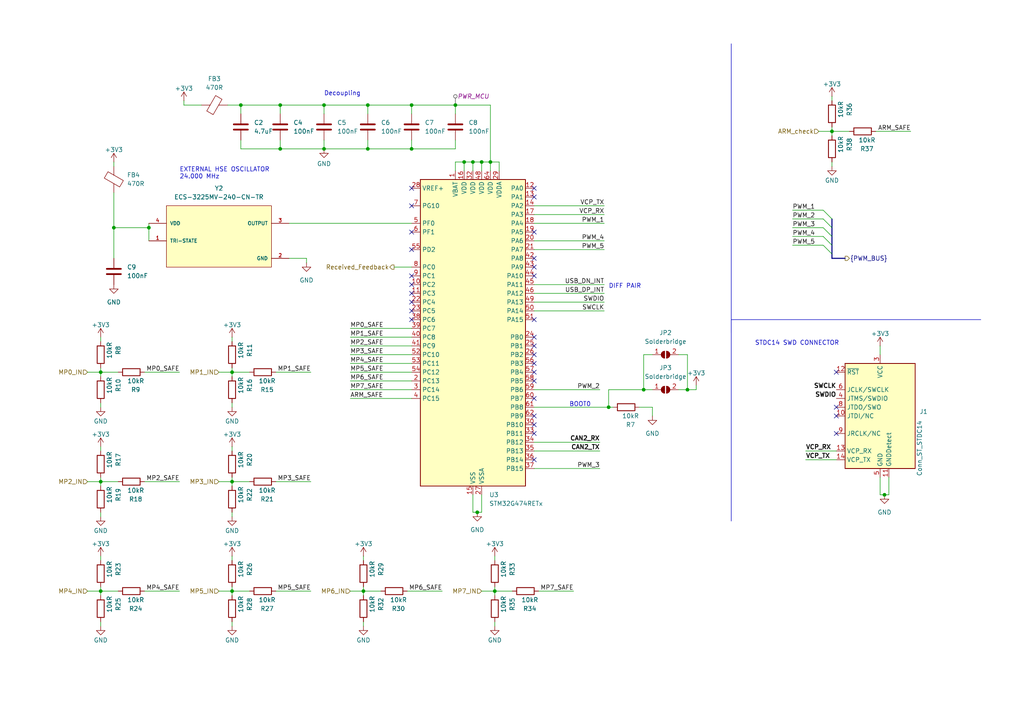
<source format=kicad_sch>
(kicad_sch (version 20250114) (generator "eeschema") (generator_version "9.0")
  (paper "A4")
  (title_block (title "Sensor MCU") (date "2025-08-23") (rev "0"))
  (lib_symbols
    (symbol "24MHz OSCILLATOR:ECS-3225MV-240-CN-TR" (pin_names (offset 1.016))
      (property "Reference" "Y" (at -15.5364 8.1503 0))
      (property "Value" "ECS-3225MV-240-CN-TR" (at -15.0127 -12.977 0))
      (symbol "ECS-3225MV-240-CN-TR_0_0"
        (rectangle (start -15.24 -10.16) (end 15.24 7.62) (stroke (width 0.1524)) (fill (type background)))
        (pin input line (at -20.32 2.54 0) (length 5.08) (name "VDD") (number "4"))
        (pin input line (at -20.32 -2.54 0) (length 5.08) (name "TRI-STATE") (number "1"))
        (pin output line (at 20.32 2.54 180) (length 5.08) (name "OUTPUT") (number "3"))
        (pin power_in line (at 20.32 -7.62 180) (length 5.08) (name "GND") (number "2"))
      )
    )
    (symbol "Connector:Conn_ST_STDC14"
      (property "Reference" "J" (at -8.89 16.51 0))
      (property "Value" "Conn_ST_STDC14" (at 17.78 16.51 0))
      (symbol "Conn_ST_STDC14_0_1"
        (rectangle (start -10.16 15.24) (end 10.16 -15.24) (stroke (width 0.254)) (fill (type background)))
      )
      (symbol "Conn_ST_STDC14_1_1"
        (pin no_connect line (at -10.16 5.08 0) (length 2.54) (hide yes) (name "NC") (number "1"))
        (pin no_connect line (at -10.16 2.54 0) (length 2.54) (hide yes) (name "NC") (number "2"))
        (pin passive line (at -2.54 -17.78 90) (length 2.54) (name "GNDDetect") (number "11"))
        (pin power_in line (at 0 17.78 270) (length 2.54) (name "VCC") (number "3"))
        (pin power_in line (at 0 -17.78 90) (length 2.54) (name "GND") (number "5"))
        (pin passive line (at 0 -17.78 90) (length 2.54) (hide yes) (name "GND") (number "7"))
        (pin open_collector line (at 12.7 12.7 180) (length 2.54) (name "~{RST}") (number "12"))
        (pin output line (at 12.7 7.62 180) (length 2.54) (name "JCLK/SWCLK") (number "6"))
        (pin bidirectional line (at 12.7 5.08 180) (length 2.54) (name "JTMS/SWDIO") (number "4"))
        (pin input line (at 12.7 2.54 180) (length 2.54) (name "JTDO/SWO") (number "8"))
        (pin output line (at 12.7 0 180) (length 2.54) (name "JTDI/NC") (number "10"))
        (pin input line (at 12.7 -5.08 180) (length 2.54) (name "JRCLK/NC") (number "9"))
        (pin output line (at 12.7 -10.16 180) (length 2.54) (name "VCP_RX") (number "13"))
        (pin input line (at 12.7 -12.7 180) (length 2.54) (name "VCP_TX") (number "14"))
      )
    )
    (symbol "Device:C" (pin_numbers (hide yes)) (pin_names (offset 0.254))
      (property "Reference" "C" (at 0.635 2.54 0))
      (property "Value" "C" (at 0.635 -2.54 0))
      (symbol "C_0_1"
        (polyline (pts (xy -2.032 0.762) (xy 2.032 0.762)) (stroke (width 0.508)))
        (polyline (pts (xy -2.032 -0.762) (xy 2.032 -0.762)) (stroke (width 0.508)))
      )
      (symbol "C_1_1"
        (pin passive line (at 0 3.81 270) (length 2.794) (name "~") (number "1"))
        (pin passive line (at 0 -3.81 90) (length 2.794) (name "~") (number "2"))
      )
    )
    (symbol "Device:FerriteBead" (pin_numbers (hide yes)) (pin_names (offset 0))
      (property "Reference" "FB" (at -3.81 0.635 90))
      (property "Value" "FerriteBead" (at 3.81 0 90))
      (symbol "FerriteBead_0_1"
        (polyline (pts (xy -2.7686 0.4064) (xy -1.7018 2.2606) (xy 2.7686 -0.3048) (xy 1.6764 -2.159) (xy -2.7686 0.4064)))
        (polyline (pts (xy 0 1.27) (xy 0 1.2954)))
        (polyline (pts (xy 0 -1.27) (xy 0 -1.2192)))
      )
      (symbol "FerriteBead_1_1"
        (pin passive line (at 0 3.81 270) (length 2.54) (name "~") (number "1"))
        (pin passive line (at 0 -3.81 90) (length 2.54) (name "~") (number "2"))
      )
    )
    (symbol "Device:R" (pin_numbers (hide yes)) (pin_names (offset 0))
      (property "Reference" "R" (at 2.032 0 90))
      (property "Value" "R" (at 0 0 90))
      (symbol "R_0_1"
        (rectangle (start -1.016 -2.54) (end 1.016 2.54) (stroke (width 0.254)))
      )
      (symbol "R_1_1"
        (pin passive line (at 0 3.81 270) (length 1.27) (name "~") (number "1"))
        (pin passive line (at 0 -3.81 90) (length 1.27) (name "~") (number "2"))
      )
    )
    (symbol "Jumper:SolderJumper_2_Open" (pin_names (offset 0) (hide yes))
      (property "Reference" "JP" (at 0 2.032 0))
      (property "Value" "SolderJumper_2_Open" (at 0 -2.54 0))
      (symbol "SolderJumper_2_Open_0_1"
        (polyline (pts (xy -0.254 1.016) (xy -0.254 -1.016)))
        (arc (start -0.254 -1.016) (mid -1.2656 0) (end -0.254 1.016))
        (arc (start -0.254 -1.016) (mid -1.2656 0) (end -0.254 1.016) (fill (type outline)))
        (arc (start 0.254 1.016) (mid 1.2656 0) (end 0.254 -1.016))
        (arc (start 0.254 1.016) (mid 1.2656 0) (end 0.254 -1.016) (fill (type outline)))
        (polyline (pts (xy 0.254 1.016) (xy 0.254 -1.016)))
      )
      (symbol "SolderJumper_2_Open_1_1"
        (pin passive line (at -3.81 0 0) (length 2.54) (name "A") (number "1"))
        (pin passive line (at 3.81 0 180) (length 2.54) (name "B") (number "2"))
      )
    )
    (symbol "MCU_ST_STM32G4:STM32G474RETx"
      (property "Reference" "U" (at -15.24 46.99 0))
      (property "Value" "STM32G474RETx" (at 10.16 46.99 0))
      (symbol "STM32G474RETx_0_1"
        (rectangle (start -15.24 -43.18) (end 15.24 45.72) (stroke (width 0.254)) (fill (type background)))
      )
      (symbol "STM32G474RETx_1_1"
        (pin input line (at -17.78 43.18 0) (length 2.54) (name "VREF+") (number "28"))
        (pin bidirectional line (at -17.78 38.1 0) (length 2.54) (name "PG10") (number "7"))
        (pin bidirectional line (at -17.78 33.02 0) (length 2.54) (name "PF0") (number "5"))
        (pin bidirectional line (at -17.78 30.48 0) (length 2.54) (name "PF1") (number "6"))
        (pin bidirectional line (at -17.78 25.4 0) (length 2.54) (name "PD2") (number "55"))
        (pin bidirectional line (at -17.78 20.32 0) (length 2.54) (name "PC0") (number "8"))
        (pin bidirectional line (at -17.78 17.78 0) (length 2.54) (name "PC1") (number "9"))
        (pin bidirectional line (at -17.78 15.24 0) (length 2.54) (name "PC2") (number "10"))
        (pin bidirectional line (at -17.78 12.7 0) (length 2.54) (name "PC3") (number "11"))
        (pin bidirectional line (at -17.78 10.16 0) (length 2.54) (name "PC4") (number "22"))
        (pin bidirectional line (at -17.78 7.62 0) (length 2.54) (name "PC5") (number "23"))
        (pin bidirectional line (at -17.78 5.08 0) (length 2.54) (name "PC6") (number "38"))
        (pin bidirectional line (at -17.78 2.54 0) (length 2.54) (name "PC7") (number "39"))
        (pin bidirectional line (at -17.78 0 0) (length 2.54) (name "PC8") (number "40"))
        (pin bidirectional line (at -17.78 -2.54 0) (length 2.54) (name "PC9") (number "41"))
        (pin bidirectional line (at -17.78 -5.08 0) (length 2.54) (name "PC10") (number "52"))
        (pin bidirectional line (at -17.78 -7.62 0) (length 2.54) (name "PC11") (number "53"))
        (pin bidirectional line (at -17.78 -10.16 0) (length 2.54) (name "PC12") (number "54"))
        (pin bidirectional line (at -17.78 -12.7 0) (length 2.54) (name "PC13") (number "2"))
        (pin bidirectional line (at -17.78 -15.24 0) (length 2.54) (name "PC14") (number "3"))
        (pin bidirectional line (at -17.78 -17.78 0) (length 2.54) (name "PC15") (number "4"))
        (pin power_in line (at -5.08 48.26 270) (length 2.54) (name "VBAT") (number "1"))
        (pin power_in line (at -2.54 48.26 270) (length 2.54) (name "VDD") (number "16"))
        (pin power_in line (at 0 48.26 270) (length 2.54) (name "VDD") (number "32"))
        (pin power_in line (at 0 -45.72 90) (length 2.54) (name "VSS") (number "15"))
        (pin passive line (at 0 -45.72 90) (length 2.54) (hide yes) (name "VSS") (number "31"))
        (pin passive line (at 0 -45.72 90) (length 2.54) (hide yes) (name "VSS") (number "47"))
        (pin passive line (at 0 -45.72 90) (length 2.54) (hide yes) (name "VSS") (number "63"))
        (pin power_in line (at 2.54 48.26 270) (length 2.54) (name "VDD") (number "48"))
        (pin power_in line (at 2.54 -45.72 90) (length 2.54) (name "VSSA") (number "27"))
        (pin power_in line (at 5.08 48.26 270) (length 2.54) (name "VDD") (number "64"))
        (pin power_in line (at 7.62 48.26 270) (length 2.54) (name "VDDA") (number "29"))
        (pin bidirectional line (at 17.78 43.18 180) (length 2.54) (name "PA0") (number "12"))
        (pin bidirectional line (at 17.78 40.64 180) (length 2.54) (name "PA1") (number "13"))
        (pin bidirectional line (at 17.78 38.1 180) (length 2.54) (name "PA2") (number "14"))
        (pin bidirectional line (at 17.78 35.56 180) (length 2.54) (name "PA3") (number "17"))
        (pin bidirectional line (at 17.78 33.02 180) (length 2.54) (name "PA4") (number "18"))
        (pin bidirectional line (at 17.78 30.48 180) (length 2.54) (name "PA5") (number "19"))
        (pin bidirectional line (at 17.78 27.94 180) (length 2.54) (name "PA6") (number "20"))
        (pin bidirectional line (at 17.78 25.4 180) (length 2.54) (name "PA7") (number "21"))
        (pin bidirectional line (at 17.78 22.86 180) (length 2.54) (name "PA8") (number "42"))
        (pin bidirectional line (at 17.78 20.32 180) (length 2.54) (name "PA9") (number "43"))
        (pin bidirectional line (at 17.78 17.78 180) (length 2.54) (name "PA10") (number "44"))
        (pin bidirectional line (at 17.78 15.24 180) (length 2.54) (name "PA11") (number "45"))
        (pin bidirectional line (at 17.78 12.7 180) (length 2.54) (name "PA12") (number "46"))
        (pin bidirectional line (at 17.78 10.16 180) (length 2.54) (name "PA13") (number "49"))
        (pin bidirectional line (at 17.78 7.62 180) (length 2.54) (name "PA14") (number "50"))
        (pin bidirectional line (at 17.78 5.08 180) (length 2.54) (name "PA15") (number "51"))
        (pin bidirectional line (at 17.78 0 180) (length 2.54) (name "PB0") (number "24"))
        (pin bidirectional line (at 17.78 -2.54 180) (length 2.54) (name "PB1") (number "25"))
        (pin bidirectional line (at 17.78 -5.08 180) (length 2.54) (name "PB2") (number "26"))
        (pin bidirectional line (at 17.78 -7.62 180) (length 2.54) (name "PB3") (number "56"))
        (pin bidirectional line (at 17.78 -10.16 180) (length 2.54) (name "PB4") (number "57"))
        (pin bidirectional line (at 17.78 -12.7 180) (length 2.54) (name "PB5") (number "58"))
        (pin bidirectional line (at 17.78 -15.24 180) (length 2.54) (name "PB6") (number "59"))
        (pin bidirectional line (at 17.78 -17.78 180) (length 2.54) (name "PB7") (number "60"))
        (pin bidirectional line (at 17.78 -20.32 180) (length 2.54) (name "PB8") (number "61"))
        (pin bidirectional line (at 17.78 -22.86 180) (length 2.54) (name "PB9") (number "62"))
        (pin bidirectional line (at 17.78 -25.4 180) (length 2.54) (name "PB10") (number "30"))
        (pin bidirectional line (at 17.78 -27.94 180) (length 2.54) (name "PB11") (number "33"))
        (pin bidirectional line (at 17.78 -30.48 180) (length 2.54) (name "PB12") (number "34"))
        (pin bidirectional line (at 17.78 -33.02 180) (length 2.54) (name "PB13") (number "35"))
        (pin bidirectional line (at 17.78 -35.56 180) (length 2.54) (name "PB14") (number "36"))
        (pin bidirectional line (at 17.78 -38.1 180) (length 2.54) (name "PB15") (number "37"))
      )
    )
    (symbol "power:+3V3" (power) (pin_numbers (hide yes)) (pin_names (offset 0) (hide yes))
      (property "Value" "+3V3" (at 0 3.556 0))
      (symbol "+3V3_0_1"
        (polyline (pts (xy -0.762 1.27) (xy 0 2.54)))
        (polyline (pts (xy 0 2.54) (xy 0.762 1.27)))
        (polyline (pts (xy 0 0) (xy 0 2.54)))
      )
      (symbol "+3V3_1_1"
        (pin power_in line (at 0 0 90) (length 0) (name "~") (number "1"))
      )
    )
    (symbol "power:GND" (power) (pin_names (offset 0))
      (property "Value" "GND" (at 0 -3.81 0))
      (symbol "GND_0_1"
        (polyline (pts (xy 0 0) (xy 0 -1.27) (xy 1.27 -1.27) (xy 0 -2.54) (xy -1.27 -1.27) (xy 0 -1.27)))
      )
      (symbol "GND_1_1"
        (pin power_in line (at 0 0 270) (length 0) (hide yes) (name "GND") (number "1"))
      )
    )
  )
  (bus_alias "{PWM_BUS}" (members "PWM_1" "PWM_2" "PWM_3" "PWM_4" "PWM_5"))
  (text "BOOT0\n" (at 165.1 118.11 0) (effects (font (size 1.27 1.27)) (justify left bottom)))
  (text "STDC14 SWD CONNECTOR\n" (at 218.948 100.33 0) (effects (font (size 1.27 1.27)) (justify left bottom)))
  (text "EXTERNAL HSE OSCILLATOR\n24.000 MHz" (at 52.07 52.07 0) (effects (font (size 1.27 1.27)) (justify left bottom)))
  (text "DIFF PAIR\n" (at 176.53 83.82 0) (effects (font (size 1.27 1.27)) (justify left bottom)))
  (text "Decoupling\n" (at 93.98 27.94 0) (effects (font (size 1.27 1.27)) (justify left bottom)))
  (junction (at 93.98 30.48))
  (junction (at 81.28 43.18))
  (junction (at 69.85 30.48))
  (junction (at 137.16 46.99))
  (junction (at 186.69 113.03))
  (junction (at 67.31 107.95))
  (junction (at 134.62 46.99))
  (junction (at 93.98 43.18))
  (junction (at 138.43 148.59))
  (junction (at 143.51 171.45))
  (junction (at 176.53 118.11))
  (junction (at 43.18 66.04))
  (junction (at 67.31 139.7))
  (junction (at 119.38 30.48))
  (junction (at 119.38 43.18))
  (junction (at 256.54 143.51))
  (junction (at 139.7 46.99))
  (junction (at 33.02 66.04))
  (junction (at 106.68 30.48))
  (junction (at 29.21 171.45))
  (junction (at 241.3 38.1))
  (junction (at 29.21 139.7))
  (junction (at 132.08 30.48))
  (junction (at 106.68 43.18))
  (junction (at 29.21 107.95))
  (junction (at 199.39 113.03))
  (junction (at 105.41 171.45))
  (junction (at 67.31 171.45))
  (junction (at 142.24 46.99))
  (junction (at 81.28 30.48))
  (no_connect (at 154.94 77.47))
  (no_connect (at 242.57 118.11))
  (no_connect (at 154.94 110.49))
  (no_connect (at 154.94 123.19))
  (no_connect (at 119.38 92.71))
  (no_connect (at 154.94 107.95))
  (no_connect (at 154.94 120.65))
  (no_connect (at 119.38 72.39))
  (no_connect (at 119.38 90.17))
  (no_connect (at 154.94 67.31))
  (no_connect (at 242.57 107.95))
  (no_connect (at 119.38 82.55))
  (no_connect (at 154.94 133.35))
  (no_connect (at 154.94 115.57))
  (no_connect (at 242.57 125.73))
  (no_connect (at 119.38 85.09))
  (no_connect (at 154.94 57.15))
  (no_connect (at 154.94 125.73))
  (no_connect (at 119.38 67.31))
  (no_connect (at 154.94 102.87))
  (no_connect (at 119.38 87.63))
  (no_connect (at 154.94 80.01))
  (no_connect (at 119.38 80.01))
  (no_connect (at 242.57 120.65))
  (no_connect (at 154.94 54.61))
  (no_connect (at 154.94 74.93))
  (no_connect (at 154.94 92.71))
  (no_connect (at 119.38 54.61))
  (no_connect (at 154.94 100.33))
  (no_connect (at 119.38 59.69))
  (no_connect (at 154.94 105.41))
  (no_connect (at 154.94 97.79))
  (bus_entry (at 238.76 66.04) (size 2.54 2.54))
  (bus_entry (at 238.76 63.5) (size 2.54 2.54))
  (bus_entry (at 238.76 60.96) (size 2.54 2.54))
  (bus_entry (at 238.76 71.12) (size 2.54 2.54))
  (bus_entry (at 238.76 68.58) (size 2.54 2.54))
  (wire (pts (xy 241.3 27.94) (xy 241.3 29.21)))
  (wire (pts (xy 29.21 138.43) (xy 29.21 139.7)))
  (wire (pts (xy 43.18 66.04) (xy 43.18 64.77)))
  (wire (pts (xy 67.31 139.7) (xy 72.39 139.7)))
  (wire (pts (xy 29.21 148.59) (xy 29.21 149.86)))
  (wire (pts (xy 229.87 68.58) (xy 238.76 68.58)))
  (wire (pts (xy 105.41 180.34) (xy 105.41 181.61)))
  (wire (pts (xy 186.69 102.87) (xy 189.23 102.87)))
  (wire (pts (xy 229.87 63.5) (xy 238.76 63.5)))
  (wire (pts (xy 81.28 30.48) (xy 81.28 33.02)))
  (wire (pts (xy 142.24 46.99) (xy 139.7 46.99)))
  (wire (pts (xy 119.38 33.02) (xy 119.38 30.48)))
  (wire (pts (xy 69.85 40.64) (xy 69.85 43.18)))
  (wire (pts (xy 142.24 30.48) (xy 142.24 46.99)))
  (wire (pts (xy 63.5 107.95) (xy 67.31 107.95)))
  (wire (pts (xy 229.87 71.12) (xy 238.76 71.12)))
  (wire (pts (xy 33.02 46.99) (xy 33.02 48.26)))
  (wire (pts (xy 134.62 46.99) (xy 137.16 46.99)))
  (wire (pts (xy 53.34 29.21) (xy 53.34 30.48)))
  (wire (pts (xy 143.51 161.29) (xy 143.51 162.56)))
  (wire (pts (xy 175.26 87.63) (xy 154.94 87.63)))
  (wire (pts (xy 106.68 33.02) (xy 106.68 30.48)))
  (wire (pts (xy 106.68 43.18) (xy 119.38 43.18)))
  (wire (pts (xy 139.7 171.45) (xy 143.51 171.45)))
  (wire (pts (xy 132.08 49.53) (xy 132.08 46.99)))
  (wire (pts (xy 142.24 49.53) (xy 142.24 46.99)))
  (wire (pts (xy 58.42 30.48) (xy 53.34 30.48)))
  (wire (pts (xy 154.94 128.27) (xy 173.99 128.27)))
  (wire (pts (xy 29.21 107.95) (xy 29.21 109.22)))
  (wire (pts (xy 154.94 69.85) (xy 175.26 69.85)))
  (bus (pts (xy 241.3 66.04) (xy 241.3 68.58)))
  (wire (pts (xy 43.18 69.85) (xy 43.18 66.04)))
  (wire (pts (xy 69.85 30.48) (xy 81.28 30.48)))
  (polyline (pts (xy 212.09 12.7) (xy 212.09 96.52)))
  (wire (pts (xy 29.21 106.68) (xy 29.21 107.95)))
  (wire (pts (xy 186.69 113.03) (xy 176.53 113.03)))
  (wire (pts (xy 81.28 40.64) (xy 81.28 43.18)))
  (wire (pts (xy 137.16 46.99) (xy 137.16 49.53)))
  (wire (pts (xy 67.31 129.54) (xy 67.31 130.81)))
  (wire (pts (xy 105.41 161.29) (xy 105.41 162.56)))
  (wire (pts (xy 41.91 171.45) (xy 52.07 171.45)))
  (wire (pts (xy 67.31 116.84) (xy 67.31 118.11)))
  (wire (pts (xy 118.11 171.45) (xy 128.27 171.45)))
  (wire (pts (xy 83.82 74.93) (xy 88.9 74.93)))
  (wire (pts (xy 119.38 43.18) (xy 119.38 40.64)))
  (wire (pts (xy 25.4 107.95) (xy 29.21 107.95)))
  (wire (pts (xy 93.98 40.64) (xy 93.98 43.18)))
  (wire (pts (xy 93.98 43.18) (xy 106.68 43.18)))
  (wire (pts (xy 69.85 30.48) (xy 66.04 30.48)))
  (polyline (pts (xy 212.09 151.13) (xy 212.09 92.71)))
  (wire (pts (xy 176.53 118.11) (xy 177.8 118.11)))
  (wire (pts (xy 105.41 170.18) (xy 105.41 171.45)))
  (wire (pts (xy 241.3 38.1) (xy 246.38 38.1)))
  (wire (pts (xy 29.21 180.34) (xy 29.21 181.61)))
  (wire (pts (xy 101.6 115.57) (xy 119.38 115.57)))
  (wire (pts (xy 29.21 161.29) (xy 29.21 162.56)))
  (wire (pts (xy 137.16 143.51) (xy 137.16 148.59)))
  (wire (pts (xy 25.4 139.7) (xy 29.21 139.7)))
  (wire (pts (xy 67.31 107.95) (xy 67.31 109.22)))
  (wire (pts (xy 101.6 110.49) (xy 119.38 110.49)))
  (wire (pts (xy 196.85 113.03) (xy 199.39 113.03)))
  (wire (pts (xy 29.21 170.18) (xy 29.21 171.45)))
  (wire (pts (xy 101.6 105.41) (xy 119.38 105.41)))
  (wire (pts (xy 257.81 143.51) (xy 257.81 138.43)))
  (wire (pts (xy 80.01 171.45) (xy 90.17 171.45)))
  (wire (pts (xy 132.08 40.64) (xy 132.08 43.18)))
  (wire (pts (xy 67.31 138.43) (xy 67.31 139.7)))
  (wire (pts (xy 106.68 40.64) (xy 106.68 43.18)))
  (wire (pts (xy 186.69 113.03) (xy 186.69 102.87)))
  (wire (pts (xy 67.31 180.34) (xy 67.31 181.61)))
  (wire (pts (xy 139.7 46.99) (xy 137.16 46.99)))
  (wire (pts (xy 101.6 95.25) (xy 119.38 95.25)))
  (wire (pts (xy 67.31 161.29) (xy 67.31 162.56)))
  (wire (pts (xy 101.6 171.45) (xy 105.41 171.45)))
  (wire (pts (xy 139.7 148.59) (xy 139.7 143.51)))
  (wire (pts (xy 154.94 118.11) (xy 176.53 118.11)))
  (wire (pts (xy 199.39 113.03) (xy 201.93 113.03)))
  (wire (pts (xy 154.94 62.23) (xy 175.26 62.23)))
  (wire (pts (xy 29.21 139.7) (xy 29.21 140.97)))
  (wire (pts (xy 67.31 97.79) (xy 67.31 99.06)))
  (wire (pts (xy 33.02 66.04) (xy 43.18 66.04)))
  (wire (pts (xy 67.31 171.45) (xy 72.39 171.45)))
  (wire (pts (xy 241.3 38.1) (xy 241.3 39.37)))
  (wire (pts (xy 254 38.1) (xy 264.16 38.1)))
  (wire (pts (xy 237.49 38.1) (xy 241.3 38.1)))
  (wire (pts (xy 29.21 139.7) (xy 34.29 139.7)))
  (wire (pts (xy 175.26 90.17) (xy 154.94 90.17)))
  (wire (pts (xy 119.38 30.48) (xy 132.08 30.48)))
  (wire (pts (xy 255.27 100.33) (xy 255.27 102.87)))
  (wire (pts (xy 176.53 113.03) (xy 176.53 118.11)))
  (polyline (pts (xy 212.09 92.71) (xy 284.48 92.71)))
  (wire (pts (xy 189.23 118.11) (xy 185.42 118.11)))
  (wire (pts (xy 81.28 30.48) (xy 93.98 30.48)))
  (wire (pts (xy 105.41 171.45) (xy 105.41 172.72)))
  (wire (pts (xy 199.39 102.87) (xy 199.39 113.03)))
  (wire (pts (xy 67.31 148.59) (xy 67.31 149.86)))
  (wire (pts (xy 154.94 130.81) (xy 173.99 130.81)))
  (wire (pts (xy 134.62 49.53) (xy 134.62 46.99)))
  (wire (pts (xy 132.08 43.18) (xy 119.38 43.18)))
  (wire (pts (xy 33.02 66.04) (xy 33.02 74.93)))
  (wire (pts (xy 29.21 171.45) (xy 29.21 172.72)))
  (wire (pts (xy 67.31 106.68) (xy 67.31 107.95)))
  (wire (pts (xy 241.3 46.99) (xy 241.3 48.26)))
  (bus (pts (xy 241.3 68.58) (xy 241.3 71.12)))
  (wire (pts (xy 132.08 30.48) (xy 132.08 33.02)))
  (wire (pts (xy 63.5 171.45) (xy 67.31 171.45)))
  (wire (pts (xy 88.9 74.93) (xy 88.9 76.2)))
  (wire (pts (xy 101.6 100.33) (xy 119.38 100.33)))
  (bus (pts (xy 241.3 73.66) (xy 241.3 74.93)))
  (wire (pts (xy 93.98 30.48) (xy 93.98 33.02)))
  (wire (pts (xy 29.21 116.84) (xy 29.21 118.11)))
  (wire (pts (xy 33.02 55.88) (xy 33.02 66.04)))
  (wire (pts (xy 156.21 171.45) (xy 166.37 171.45)))
  (wire (pts (xy 41.91 139.7) (xy 52.07 139.7)))
  (wire (pts (xy 233.68 130.81) (xy 242.57 130.81)))
  (wire (pts (xy 143.51 180.34) (xy 143.51 181.61)))
  (wire (pts (xy 189.23 120.65) (xy 189.23 118.11)))
  (wire (pts (xy 69.85 33.02) (xy 69.85 30.48)))
  (wire (pts (xy 132.08 30.48) (xy 142.24 30.48)))
  (wire (pts (xy 143.51 171.45) (xy 143.51 172.72)))
  (bus (pts (xy 241.3 74.93) (xy 245.11 74.93)))
  (wire (pts (xy 101.6 97.79) (xy 119.38 97.79)))
  (wire (pts (xy 255.27 138.43) (xy 255.27 143.51)))
  (wire (pts (xy 201.93 111.76) (xy 201.93 113.03)))
  (wire (pts (xy 144.78 49.53) (xy 144.78 46.99)))
  (wire (pts (xy 175.26 82.55) (xy 154.94 82.55)))
  (wire (pts (xy 67.31 171.45) (xy 67.31 172.72)))
  (wire (pts (xy 154.94 72.39) (xy 175.26 72.39)))
  (wire (pts (xy 143.51 171.45) (xy 148.59 171.45)))
  (wire (pts (xy 81.28 43.18) (xy 93.98 43.18)))
  (wire (pts (xy 25.4 171.45) (xy 29.21 171.45)))
  (wire (pts (xy 255.27 143.51) (xy 256.54 143.51)))
  (wire (pts (xy 63.5 139.7) (xy 67.31 139.7)))
  (wire (pts (xy 105.41 171.45) (xy 110.49 171.45)))
  (bus (pts (xy 241.3 71.12) (xy 241.3 73.66)))
  (wire (pts (xy 196.85 102.87) (xy 199.39 102.87)))
  (wire (pts (xy 144.78 46.99) (xy 142.24 46.99)))
  (wire (pts (xy 83.82 64.77) (xy 119.38 64.77)))
  (wire (pts (xy 67.31 139.7) (xy 67.31 140.97)))
  (wire (pts (xy 101.6 107.95) (xy 119.38 107.95)))
  (wire (pts (xy 132.08 46.99) (xy 134.62 46.99)))
  (wire (pts (xy 229.87 60.96) (xy 238.76 60.96)))
  (wire (pts (xy 154.94 64.77) (xy 175.26 64.77)))
  (wire (pts (xy 101.6 113.03) (xy 119.38 113.03)))
  (wire (pts (xy 106.68 30.48) (xy 119.38 30.48)))
  (wire (pts (xy 154.94 113.03) (xy 173.99 113.03)))
  (wire (pts (xy 69.85 43.18) (xy 81.28 43.18)))
  (wire (pts (xy 175.26 85.09) (xy 154.94 85.09)))
  (wire (pts (xy 67.31 170.18) (xy 67.31 171.45)))
  (wire (pts (xy 137.16 148.59) (xy 138.43 148.59)))
  (wire (pts (xy 29.21 97.79) (xy 29.21 99.06)))
  (wire (pts (xy 139.7 49.53) (xy 139.7 46.99)))
  (wire (pts (xy 229.87 66.04) (xy 238.76 66.04)))
  (wire (pts (xy 93.98 30.48) (xy 106.68 30.48)))
  (wire (pts (xy 189.23 113.03) (xy 186.69 113.03)))
  (wire (pts (xy 114.3 77.47) (xy 119.38 77.47)))
  (wire (pts (xy 154.94 135.89) (xy 173.99 135.89)))
  (wire (pts (xy 101.6 102.87) (xy 119.38 102.87)))
  (wire (pts (xy 29.21 129.54) (xy 29.21 130.81)))
  (wire (pts (xy 143.51 170.18) (xy 143.51 171.45)))
  (wire (pts (xy 29.21 107.95) (xy 34.29 107.95)))
  (wire (pts (xy 80.01 139.7) (xy 90.17 139.7)))
  (wire (pts (xy 154.94 59.69) (xy 175.26 59.69)))
  (wire (pts (xy 241.3 36.83) (xy 241.3 38.1)))
  (wire (pts (xy 41.91 107.95) (xy 52.07 107.95)))
  (wire (pts (xy 80.01 107.95) (xy 90.17 107.95)))
  (wire (pts (xy 256.54 143.51) (xy 257.81 143.51)))
  (wire (pts (xy 233.68 133.35) (xy 242.57 133.35)))
  (bus (pts (xy 241.3 63.5) (xy 241.3 66.04)))
  (wire (pts (xy 29.21 171.45) (xy 34.29 171.45)))
  (wire (pts (xy 67.31 107.95) (xy 72.39 107.95)))
  (wire (pts (xy 138.43 148.59) (xy 139.7 148.59)))
  (label "MP0_SAFE" (at 101.6 95.25 0))
  (label "SWDIO" (at 242.57 115.57 180) (effects (font (bold yes))))
  (label "ARM_SAFE" (at 264.16 38.1 180))
  (label "SWCLK" (at 242.57 113.03 180) (effects (font (bold yes))))
  (label "PWM_3" (at 229.87 66.04 0))
  (label "MP3_SAFE" (at 90.17 139.7 180))
  (label "PWM_2" (at 229.87 63.5 0))
  (label "ARM_SAFE" (at 101.6 115.57 0))
  (label "MP6_SAFE" (at 128.27 171.45 180))
  (label "MP2_SAFE" (at 52.07 139.7 180))
  (label "SWDIO" (at 175.26 87.63 180))
  (label "USB_DP_INT" (at 175.26 85.09 180))
  (label "PWM_2" (at 173.99 113.03 180))
  (label "SWCLK" (at 175.26 90.17 180))
  (label "VCP_RX" (at 175.26 62.23 180))
  (label "USB_DN_INT" (at 175.26 82.55 180))
  (label "MP4_SAFE" (at 101.6 105.41 0))
  (label "VCP_RX" (at 233.68 130.81 0) (effects (font (bold yes))))
  (label "VCP_TX" (at 175.26 59.69 180))
  (label "PWM_1" (at 229.87 60.96 0))
  (label "VCP_TX" (at 233.68 133.35 0) (effects (font (bold yes))))
  (label "MP7_SAFE" (at 166.37 171.45 180))
  (label "MP1_SAFE" (at 101.6 97.79 0))
  (label "MP5_SAFE" (at 101.6 107.95 0))
  (label "PWM_3" (at 173.99 135.89 180))
  (label "CAN2_TX" (at 173.99 130.81 180) (effects (font (bold yes))))
  (label "MP3_SAFE" (at 101.6 102.87 0))
  (label "MP0_SAFE" (at 52.07 107.95 180))
  (label "MP2_SAFE" (at 101.6 100.33 0))
  (label "PWM_4" (at 175.26 69.85 180))
  (label "MP6_SAFE" (at 101.6 110.49 0))
  (label "MP4_SAFE" (at 52.07 171.45 180))
  (label "MP5_SAFE" (at 90.17 171.45 180))
  (label "MP7_SAFE" (at 101.6 113.03 0))
  (label "PWM_4" (at 229.87 68.58 0))
  (label "MP1_SAFE" (at 90.17 107.95 180))
  (label "PWM_5" (at 229.87 71.12 0))
  (label "PWM_5" (at 175.26 72.39 180))
  (label "PWM_1" (at 175.26 64.77 180))
  (label "CAN2_RX" (at 173.99 128.27 180) (effects (font (bold yes))))
  (hierarchical_label "MP4_IN" (shape input) (at 25.4 171.45 180))
  (hierarchical_label "ARM_check" (shape input) (at 237.49 38.1 180))
  (hierarchical_label "Received_Feedback" (shape output) (at 114.3 77.47 180))
  (hierarchical_label "MP1_IN" (shape input) (at 63.5 107.95 180))
  (hierarchical_label "MP6_IN" (shape input) (at 101.6 171.45 180))
  (hierarchical_label "MP2_IN" (shape input) (at 25.4 139.7 180))
  (hierarchical_label "MP3_IN" (shape input) (at 63.5 139.7 180))
  (hierarchical_label "MP7_IN" (shape input) (at 139.7 171.45 180))
  (hierarchical_label "{PWM_BUS}" (shape output) (at 245.11 74.93 0))
  (hierarchical_label "MP5_IN" (shape input) (at 63.5 171.45 180))
  (hierarchical_label "MP0_IN" (shape input) (at 25.4 107.95 180))
  (netclass_flag "" (length 2.54) (shape round) (at 132.08 30.48 0) (property "Netclass" "PWR_MCU" (at 132.6896 27.94 0) (effects (font (italic yes)) (justify left))))
  (symbol (lib_id "Device:R") (at 143.51 176.53 0) (unit 1)
    (property "Reference" "R35" (at 148.59 175.26 90))
    (property "Value" "10kR" (at 146.05 175.26 90))
    (property "Footprint" "Resistor_SMD:R_0603_1608Metric" (effects (hide yes)))
  )
  (symbol (lib_id "MCU_ST_STM32G4:STM32G474RETx") (at 137.16 97.79 0) (unit 1)
    (property "Reference" "U3" (at 141.8941 143.51 0) (effects (justify left)))
    (property "Value" "STM32G474RETx" (at 141.8941 146.05 0) (effects (justify left)))
    (property "Footprint" "Package_QFP:LQFP-64_10x10mm_P0.5mm" (effects (hide yes)))
    (property "Datasheet" "https://www.st.com/resource/en/datasheet/stm32g474re.pdf" (effects (hide yes)))
  )
  (symbol (lib_id "Device:R") (at 67.31 113.03 0) (unit 1)
    (property "Reference" "R16" (at 72.39 111.76 90))
    (property "Value" "10kR" (at 69.85 111.76 90))
    (property "Footprint" "Resistor_SMD:R_0603_1608Metric" (effects (hide yes)))
  )
  (symbol (lib_id "power:+3V3") (at 29.21 97.79 0) (unit 1)
    (property "Reference" "#PWR029" (effects (hide yes)))
    (property "Value" "+3V3" (at 29.21 94.234 0))
    (property "Description" "Power symbol creates a global label with name \"+3V3\"" (effects (hide yes)))
  )
  (symbol (lib_id "power:+3V3") (at 255.27 100.33 0) (unit 1)
    (property "Reference" "#PWR024" (effects (hide yes)))
    (property "Value" "+3V3" (at 255.27 96.774 0))
    (property "Description" "Power symbol creates a global label with name \"+3V3\"" (effects (hide yes)))
  )
  (symbol (lib_id "power:GND") (at 105.41 181.61 0) (unit 1)
    (property "Reference" "#PWR048" (effects (hide yes)))
    (property "Value" "GND" (at 105.41 185.674 0))
  )
  (symbol (lib_id "Device:C") (at 106.68 36.83 0) (unit 1)
    (property "Reference" "C6" (at 110.49 35.56 0) (effects (justify left)))
    (property "Value" "100nF" (at 110.49 38.1 0) (effects (justify left)))
    (property "Footprint" "Capacitor_SMD:C_0603_1608Metric" (effects (hide yes)))
    (property "Datasheet" "WE 885012206020" (effects (hide yes)))
    (property "Voltage" "10V" (effects (hide yes)))
  )
  (symbol (lib_id "Device:R") (at 38.1 139.7 270) (unit 1)
    (property "Reference" "R18" (at 39.37 144.78 90))
    (property "Value" "10kR" (at 39.37 142.24 90))
    (property "Footprint" "Resistor_SMD:R_0603_1608Metric" (effects (hide yes)))
  )
  (symbol (lib_id "Device:R") (at 105.41 166.37 0) (unit 1)
    (property "Reference" "R29" (at 110.49 165.1 90))
    (property "Value" "10kR" (at 107.95 165.1 90))
    (property "Footprint" "Resistor_SMD:R_0603_1608Metric" (effects (hide yes)))
  )
  (symbol (lib_id "Device:R") (at 67.31 102.87 0) (unit 1)
    (property "Reference" "R11" (at 72.39 101.6 90))
    (property "Value" "10kR" (at 69.85 101.6 90))
    (property "Footprint" "Resistor_SMD:R_0603_1608Metric" (effects (hide yes)))
  )
  (symbol (lib_id "power:GND") (at 67.31 118.11 0) (unit 1)
    (property "Reference" "#PWR032" (effects (hide yes)))
    (property "Value" "GND" (at 67.31 122.174 0))
  )
  (symbol (lib_id "Device:R") (at 181.61 118.11 270) (unit 1)
    (property "Reference" "R7" (at 182.88 123.19 90))
    (property "Value" "10kR" (at 182.88 120.65 90))
    (property "Footprint" "Resistor_SMD:R_0603_1608Metric" (effects (hide yes)))
  )
  (symbol (lib_id "power:GND") (at 67.31 149.86 0) (unit 1)
    (property "Reference" "#PWR036" (effects (hide yes)))
    (property "Value" "GND" (at 67.31 153.924 0))
  )
  (symbol (lib_id "Device:C") (at 119.38 36.83 0) (unit 1)
    (property "Reference" "C7" (at 123.19 35.56 0) (effects (justify left)))
    (property "Value" "100nF" (at 123.19 38.1 0) (effects (justify left)))
    (property "Footprint" "Capacitor_SMD:C_0603_1608Metric" (effects (hide yes)))
    (property "Datasheet" "WE 885012206020" (effects (hide yes)))
    (property "Voltage" "10V" (effects (hide yes)))
  )
  (symbol (lib_id "Device:R") (at 67.31 144.78 0) (unit 1)
    (property "Reference" "R22" (at 72.39 143.51 90))
    (property "Value" "10kR" (at 69.85 143.51 90))
    (property "Footprint" "Resistor_SMD:R_0603_1608Metric" (effects (hide yes)))
  )
  (symbol (lib_id "power:GND") (at 29.21 181.61 0) (unit 1)
    (property "Reference" "#PWR038" (effects (hide yes)))
    (property "Value" "GND" (at 29.21 185.674 0))
  )
  (symbol (lib_id "power:GND") (at 189.23 120.65 0) (unit 1)
    (property "Reference" "#PWR026" (effects (hide yes)))
    (property "Value" "GND" (at 189.23 125.73 0))
  )
  (symbol (lib_id "Device:R") (at 250.19 38.1 270) (unit 1)
    (property "Reference" "R37" (at 251.46 43.18 90))
    (property "Value" "10kR" (at 251.46 40.64 90))
    (property "Footprint" "Resistor_SMD:R_0603_1608Metric" (effects (hide yes)))
  )
  (symbol (lib_id "power:GND") (at 67.31 181.61 0) (unit 1)
    (property "Reference" "#PWR040" (effects (hide yes)))
    (property "Value" "GND" (at 67.31 185.674 0))
  )
  (symbol (lib_id "power:+3V3") (at 105.41 161.29 0) (unit 1)
    (property "Reference" "#PWR047" (effects (hide yes)))
    (property "Value" "+3V3" (at 105.41 157.734 0))
    (property "Description" "Power symbol creates a global label with name \"+3V3\"" (effects (hide yes)))
  )
  (symbol (lib_id "power:+3V3") (at 201.93 111.76 0) (unit 1)
    (property "Reference" "#PWR025" (effects (hide yes)))
    (property "Value" "+3V3" (at 201.93 108.204 0))
    (property "Description" "Power symbol creates a global label with name \"+3V3\"" (effects (hide yes)))
  )
  (symbol (lib_id "Device:R") (at 76.2 107.95 270) (unit 1)
    (property "Reference" "R15" (at 77.47 113.03 90))
    (property "Value" "10kR" (at 77.47 110.49 90))
    (property "Footprint" "Resistor_SMD:R_0603_1608Metric" (effects (hide yes)))
  )
  (symbol (lib_id "power:GND") (at 29.21 118.11 0) (unit 1)
    (property "Reference" "#PWR030" (effects (hide yes)))
    (property "Value" "GND" (at 29.21 122.174 0))
  )
  (symbol (lib_id "Device:C") (at 81.28 36.83 0) (unit 1)
    (property "Reference" "C4" (at 85.09 35.56 0) (effects (justify left)))
    (property "Value" "100nF" (at 85.09 38.1 0) (effects (justify left)))
    (property "Footprint" "Capacitor_SMD:C_0603_1608Metric" (effects (hide yes)))
    (property "Datasheet" "WE 885012206020" (effects (hide yes)))
    (property "Voltage" "10V" (effects (hide yes)))
  )
  (symbol (lib_id "Device:R") (at 29.21 166.37 0) (unit 1)
    (property "Reference" "R23" (at 34.29 165.1 90))
    (property "Value" "10kR" (at 31.75 165.1 90))
    (property "Footprint" "Resistor_SMD:R_0603_1608Metric" (effects (hide yes)))
  )
  (symbol (lib_id "Device:R") (at 67.31 134.62 0) (unit 1)
    (property "Reference" "R20" (at 72.39 133.35 90))
    (property "Value" "10kR" (at 69.85 133.35 90))
    (property "Footprint" "Resistor_SMD:R_0603_1608Metric" (effects (hide yes)))
  )
  (symbol (lib_id "Device:R") (at 29.21 134.62 0) (unit 1)
    (property "Reference" "R17" (at 34.29 133.35 90))
    (property "Value" "10kR" (at 31.75 133.35 90))
    (property "Footprint" "Resistor_SMD:R_0603_1608Metric" (effects (hide yes)))
  )
  (symbol (lib_id "Device:C") (at 132.08 36.83 0) (unit 1)
    (property "Reference" "C8" (at 135.89 35.56 0) (effects (justify left)))
    (property "Value" "100nF" (at 135.89 38.1 0) (effects (justify left)))
    (property "Footprint" "Capacitor_SMD:C_0603_1608Metric" (effects (hide yes)))
    (property "Datasheet" "WE 885012206020" (effects (hide yes)))
    (property "Voltage" "10V" (effects (hide yes)))
  )
  (symbol (lib_id "Device:R") (at 38.1 107.95 270) (unit 1)
    (property "Reference" "R9" (at 39.37 113.03 90))
    (property "Value" "10kR" (at 39.37 110.49 90))
    (property "Footprint" "Resistor_SMD:R_0603_1608Metric" (effects (hide yes)))
  )
  (symbol (lib_id "power:+3V3") (at 67.31 129.54 0) (unit 1)
    (property "Reference" "#PWR035" (effects (hide yes)))
    (property "Value" "+3V3" (at 67.31 125.984 0))
    (property "Description" "Power symbol creates a global label with name \"+3V3\"" (effects (hide yes)))
  )
  (symbol (lib_id "power:+3V3") (at 53.34 29.21 0) (unit 1)
    (property "Reference" "#PWR013" (effects (hide yes)))
    (property "Value" "+3V3" (at 53.34 25.654 0))
    (property "Description" "Power symbol creates a global label with name \"+3V3\"" (effects (hide yes)))
  )
  (symbol (lib_id "power:GND") (at 143.51 181.61 0) (unit 1)
    (property "Reference" "#PWR050" (effects (hide yes)))
    (property "Value" "GND" (at 143.51 185.674 0))
  )
  (symbol (lib_id "Device:R") (at 38.1 171.45 270) (unit 1)
    (property "Reference" "R24" (at 39.37 176.53 90))
    (property "Value" "10kR" (at 39.37 173.99 90))
    (property "Footprint" "Resistor_SMD:R_0603_1608Metric" (effects (hide yes)))
  )
  (symbol (lib_id "Device:C") (at 93.98 36.83 0) (unit 1)
    (property "Reference" "C5" (at 97.79 35.56 0) (effects (justify left)))
    (property "Value" "100nF" (at 97.79 38.1 0) (effects (justify left)))
    (property "Footprint" "Capacitor_SMD:C_0603_1608Metric" (effects (hide yes)))
    (property "Datasheet" "WE 885012206020" (effects (hide yes)))
    (property "Voltage" "10V" (effects (hide yes)))
  )
  (symbol (lib_id "Device:R") (at 67.31 176.53 0) (unit 1)
    (property "Reference" "R28" (at 72.39 175.26 90))
    (property "Value" "10kR" (at 69.85 175.26 90))
    (property "Footprint" "Resistor_SMD:R_0603_1608Metric" (effects (hide yes)))
  )
  (symbol (lib_id "Device:FerriteBead") (at 33.02 52.07 0) (unit 1)
    (property "Reference" "FB4" (at 36.83 50.7492 0) (effects (justify left)))
    (property "Value" "470R" (at 36.83 53.2892 0) (effects (justify left)))
    (property "Footprint" "Resistor_SMD:R_0603_1608Metric" (effects (hide yes)))
  )
  (symbol (lib_id "power:+3V3") (at 67.31 161.29 0) (unit 1)
    (property "Reference" "#PWR039" (effects (hide yes)))
    (property "Value" "+3V3" (at 67.31 157.734 0))
    (property "Description" "Power symbol creates a global label with name \"+3V3\"" (effects (hide yes)))
  )
  (symbol (lib_id "power:+3V3") (at 143.51 161.29 0) (unit 1)
    (property "Reference" "#PWR049" (effects (hide yes)))
    (property "Value" "+3V3" (at 143.51 157.734 0))
    (property "Description" "Power symbol creates a global label with name \"+3V3\"" (effects (hide yes)))
  )
  (symbol (lib_id "Device:R") (at 152.4 171.45 270) (unit 1)
    (property "Reference" "R34" (at 153.67 176.53 90))
    (property "Value" "10kR" (at 153.67 173.99 90))
    (property "Footprint" "Resistor_SMD:R_0603_1608Metric" (effects (hide yes)))
  )
  (symbol (lib_id "24MHz OSCILLATOR:ECS-3225MV-240-CN-TR") (at 63.5 67.31 0) (unit 1)
    (property "Reference" "Y2" (at 63.5 54.61 0))
    (property "Value" "ECS-3225MV-240-CN-TR" (at 63.5 57.15 0))
    (property "Footprint" "footprints:OSC_ECS-3225MV-240-CN-TR" (effects (hide yes)))
  )
  (symbol (lib_id "Device:R") (at 114.3 171.45 270) (unit 1)
    (property "Reference" "R30" (at 115.57 176.53 90))
    (property "Value" "10kR" (at 115.57 173.99 90))
    (property "Footprint" "Resistor_SMD:R_0603_1608Metric" (effects (hide yes)))
  )
  (symbol (lib_id "Jumper:SolderJumper_2_Open") (at 193.04 102.87 0) (unit 1)
    (property "Reference" "JP2" (at 193.04 96.52 0))
    (property "Value" "Solderbridge" (at 193.04 99.06 0))
    (property "Footprint" "Jumper:SolderJumper-2_P1.3mm_Open_Pad1.0x1.5mm" (effects (hide yes)))
  )
  (symbol (lib_id "Connector:Conn_ST_STDC14") (at 255.27 120.65 0) (mirror y) (unit 1)
    (property "Reference" "J1" (at 266.7 119.38 0) (effects (justify right)))
    (property "Value" "Conn_ST_STDC14" (at 266.7 121.92 90) (effects (justify right)))
    (property "Footprint" "footprints:SAMTEC_FTSH-107-01-L-DV-K-A" (effects (hide yes)))
    (property "Datasheet" "https://www.st.com/content/ccc/resource/technical/document/user_manual/group1/99/49/91/b6/b2/3a/46/e5/DM00526767/files/DM00526767.pdf/jcr:content/translations/en.DM00526767.pdf" (effects (hide yes)))
  )
  (symbol (lib_id "power:+3V3") (at 241.3 27.94 0) (unit 1)
    (property "Reference" "#PWR051" (effects (hide yes)))
    (property "Value" "+3V3" (at 241.3 24.384 0))
    (property "Description" "Power symbol creates a global label with name \"+3V3\"" (effects (hide yes)))
  )
  (symbol (lib_id "power:+3V3") (at 67.31 97.79 0) (unit 1)
    (property "Reference" "#PWR031" (effects (hide yes)))
    (property "Value" "+3V3" (at 67.31 94.234 0))
    (property "Description" "Power symbol creates a global label with name \"+3V3\"" (effects (hide yes)))
  )
  (symbol (lib_id "power:GND") (at 138.43 148.59 0) (unit 1)
    (property "Reference" "#PWR027" (effects (hide yes)))
    (property "Value" "GND" (at 138.43 153.67 0))
  )
  (symbol (lib_id "power:GND") (at 88.9 76.2 0) (unit 1)
    (property "Reference" "#PWR022" (effects (hide yes)))
    (property "Value" "GND" (at 88.9 81.28 0))
  )
  (symbol (lib_id "power:GND") (at 29.21 149.86 0) (unit 1)
    (property "Reference" "#PWR034" (effects (hide yes)))
    (property "Value" "GND" (at 29.21 153.924 0))
  )
  (symbol (lib_id "power:GND") (at 241.3 48.26 0) (unit 1)
    (property "Reference" "#PWR052" (effects (hide yes)))
    (property "Value" "GND" (at 241.3 52.324 0))
  )
  (symbol (lib_id "Jumper:SolderJumper_2_Open") (at 193.04 113.03 0) (unit 1)
    (property "Reference" "JP3" (at 193.04 106.68 0))
    (property "Value" "Solderbridge" (at 193.04 109.22 0))
    (property "Footprint" "Jumper:SolderJumper-2_P1.3mm_Open_Pad1.0x1.5mm" (effects (hide yes)))
  )
  (symbol (lib_id "Device:R") (at 143.51 166.37 0) (unit 1)
    (property "Reference" "R33" (at 148.59 165.1 90))
    (property "Value" "10kR" (at 146.05 165.1 90))
    (property "Footprint" "Resistor_SMD:R_0603_1608Metric" (effects (hide yes)))
  )
  (symbol (lib_id "Device:R") (at 76.2 171.45 270) (unit 1)
    (property "Reference" "R27" (at 77.47 176.53 90))
    (property "Value" "10kR" (at 77.47 173.99 90))
    (property "Footprint" "Resistor_SMD:R_0603_1608Metric" (effects (hide yes)))
  )
  (symbol (lib_id "Device:R") (at 29.21 102.87 0) (unit 1)
    (property "Reference" "R8" (at 34.29 101.6 90))
    (property "Value" "10kR" (at 31.75 101.6 90))
    (property "Footprint" "Resistor_SMD:R_0603_1608Metric" (effects (hide yes)))
  )
  (symbol (lib_id "Device:R") (at 67.31 166.37 0) (unit 1)
    (property "Reference" "R26" (at 72.39 165.1 90))
    (property "Value" "10kR" (at 69.85 165.1 90))
    (property "Footprint" "Resistor_SMD:R_0603_1608Metric" (effects (hide yes)))
  )
  (symbol (lib_id "Device:FerriteBead") (at 62.23 30.48 90) (unit 1)
    (property "Reference" "FB3" (at 62.1792 22.86 90))
    (property "Value" "470R" (at 62.1792 25.4 90))
    (property "Footprint" "Resistor_SMD:R_0603_1608Metric" (effects (hide yes)))
  )
  (symbol (lib_id "Device:R") (at 29.21 176.53 0) (unit 1)
    (property "Reference" "R25" (at 34.29 175.26 90))
    (property "Value" "10kR" (at 31.75 175.26 90))
    (property "Footprint" "Resistor_SMD:R_0603_1608Metric" (effects (hide yes)))
  )
  (symbol (lib_id "Device:R") (at 241.3 43.18 0) (unit 1)
    (property "Reference" "R38" (at 246.38 41.91 90))
    (property "Value" "10kR" (at 243.84 41.91 90))
    (property "Footprint" "Resistor_SMD:R_0603_1608Metric" (effects (hide yes)))
  )
  (symbol (lib_id "Device:R") (at 29.21 144.78 0) (unit 1)
    (property "Reference" "R19" (at 34.29 143.51 90))
    (property "Value" "10kR" (at 31.75 143.51 90))
    (property "Footprint" "Resistor_SMD:R_0603_1608Metric" (effects (hide yes)))
  )
  (symbol (lib_id "power:GND") (at 256.54 143.51 0) (unit 1)
    (property "Reference" "#PWR028" (effects (hide yes)))
    (property "Value" "GND" (at 256.54 148.59 0))
  )
  (symbol (lib_id "power:GND") (at 93.98 43.18 0) (unit 1)
    (property "Reference" "#PWR016" (effects (hide yes)))
    (property "Value" "GND" (at 93.98 47.498 0))
  )
  (symbol (lib_id "power:+3V3") (at 29.21 129.54 0) (unit 1)
    (property "Reference" "#PWR033" (effects (hide yes)))
    (property "Value" "+3V3" (at 29.21 125.984 0))
    (property "Description" "Power symbol creates a global label with name \"+3V3\"" (effects (hide yes)))
  )
  (symbol (lib_id "Device:C") (at 69.85 36.83 0) (unit 1)
    (property "Reference" "C2" (at 73.66 35.56 0) (effects (justify left)))
    (property "Value" "4.7uF" (at 73.66 38.1 0) (effects (justify left)))
    (property "Footprint" "Capacitor_SMD:C_1210_3225Metric" (effects (hide yes)))
    (property "Datasheet" "WE 885012109008" (effects (hide yes)))
    (property "Voltage" "16V" (effects (hide yes)))
  )
  (symbol (lib_id "Device:R") (at 105.41 176.53 0) (unit 1)
    (property "Reference" "R32" (at 110.49 175.26 90))
    (property "Value" "10kR" (at 107.95 175.26 90))
    (property "Footprint" "Resistor_SMD:R_0603_1608Metric" (effects (hide yes)))
  )
  (symbol (lib_id "power:+3V3") (at 29.21 161.29 0) (unit 1)
    (property "Reference" "#PWR037" (effects (hide yes)))
    (property "Value" "+3V3" (at 29.21 157.734 0))
    (property "Description" "Power symbol creates a global label with name \"+3V3\"" (effects (hide yes)))
  )
  (symbol (lib_id "Device:R") (at 241.3 33.02 0) (unit 1)
    (property "Reference" "R36" (at 246.38 31.75 90))
    (property "Value" "10kR" (at 243.84 31.75 90))
    (property "Footprint" "Resistor_SMD:R_0603_1608Metric" (effects (hide yes)))
  )
  (symbol (lib_id "power:GND") (at 33.02 82.55 0) (unit 1)
    (property "Reference" "#PWR023" (effects (hide yes)))
    (property "Value" "GND" (at 33.02 87.63 0))
  )
  (symbol (lib_id "Device:R") (at 29.21 113.03 0) (unit 1)
    (property "Reference" "R10" (at 34.29 111.76 90))
    (property "Value" "10kR" (at 31.75 111.76 90))
    (property "Footprint" "Resistor_SMD:R_0603_1608Metric" (effects (hide yes)))
  )
  (symbol (lib_id "power:+3V3") (at 33.02 46.99 0) (unit 1)
    (property "Reference" "#PWR021" (effects (hide yes)))
    (property "Value" "+3V3" (at 33.02 43.434 0))
    (property "Description" "Power symbol creates a global label with name \"+3V3\"" (effects (hide yes)))
  )
  (symbol (lib_id "Device:C") (at 33.02 78.74 0) (unit 1)
    (property "Reference" "C9" (at 36.83 77.47 0) (effects (justify left)))
    (property "Value" "100nF" (at 36.83 80.01 0) (effects (justify left)))
    (property "Footprint" "Capacitor_SMD:C_0603_1608Metric" (effects (hide yes)))
    (property "Datasheet" "WE 885012206020" (effects (hide yes)))
    (property "Voltage" "10V" (effects (hide yes)))
  )
  (symbol (lib_id "Device:R") (at 76.2 139.7 270) (unit 1)
    (property "Reference" "R21" (at 77.47 144.78 90))
    (property "Value" "10kR" (at 77.47 142.24 90))
    (property "Footprint" "Resistor_SMD:R_0603_1608Metric" (effects (hide yes)))
  )
)
</source>
